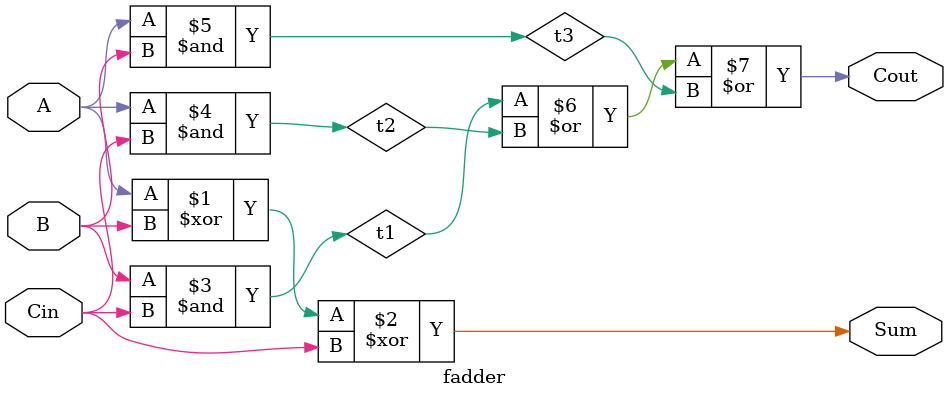
<source format=v>
module fadder (A, B, Cin, Sum, Cout);
	input A, B;
	input Cin;
	output Sum;
	output Cout;
	wire t1,t2,t3;
	xor g1(Sum,A,B,Cin);
	and g2(t1,B,Cin);
	and g3(t2,A,Cin);
	and g4(t3,A,B);
	or g5(Cout,t1,t2,t3);
endmodule //fadder



</source>
